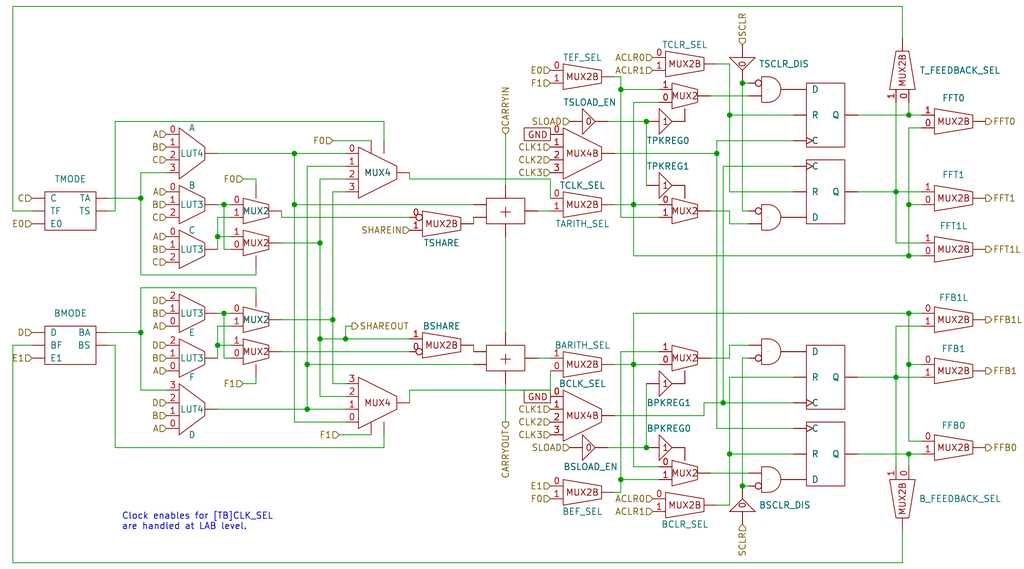
<source format=kicad_sch>
(kicad_sch (version 20211123) (generator eeschema)
  (paper "User" 203.2 113.005)
  (lib_symbols
    (symbol "ANDN_1" (pin_numbers hide) (pin_names (offset 1.016) hide)
      (property "Reference" "U" (at 0 3.81 0))
      (property "Value" "ANDN_1" (at 0 -3.81 0))
      (symbol "ANDN_1_1_1"
        (pin input inverted (at -5.08 1.27 0) (length 2.54) (name "~") (number "0"))
        (pin input line (at -5.08 -1.27 0) (length 2.54) (name "~") (number "1"))
        (pin output line (at 3.81 0 180) (length 2.54) (name "O") (number "~"))
      )
    )
    (symbol "ANDN_2" (pin_numbers hide) (pin_names (offset 1.016) hide)
      (property "Reference" "U" (at 0 3.81 0))
      (property "Value" "ANDN_2" (at 0 -3.81 0))
      (symbol "ANDN_2_1_1"
        (pin input inverted (at -5.08 1.27 0) (length 2.54) (name "~") (number "0"))
        (pin input line (at -5.08 -1.27 0) (length 2.54) (name "~") (number "1"))
        (pin output line (at 3.81 0 180) (length 2.54) (name "O") (number "~"))
      )
    )
    (symbol "ANDN_3" (pin_numbers hide) (pin_names (offset 1.016) hide)
      (property "Reference" "U" (at 0 3.81 0))
      (property "Value" "ANDN_3" (at 0 -3.81 0))
      (symbol "ANDN_3_1_1"
        (pin input inverted (at -5.08 1.27 0) (length 2.54) (name "~") (number "0"))
        (pin input line (at -5.08 -1.27 0) (length 2.54) (name "~") (number "1"))
        (pin output line (at 3.81 0 180) (length 2.54) (name "O") (number "~"))
      )
    )
    (symbol "FORCE0_1" (pin_names (offset 1.016))
      (property "Reference" "U" (at 0 3.81 0))
      (property "Value" "FORCE0_1" (at 0 -3.81 0))
      (symbol "FORCE0_1_0_0"
        (text "0" (at 0 0 0) (effects (font (size 1.27 1.27))))
      )
      (symbol "FORCE0_1_1_1"
        (pin input line (at -3.81 0 0) (length 2.54) (name "") (number ""))
        (pin output line (at 3.81 0 180) (length 2.54) (name "") (number ""))
      )
    )
    (symbol "FORCE0_2" (pin_names (offset 1.016))
      (property "Reference" "U" (at 0 3.81 0))
      (property "Value" "FORCE0_2" (at 0 -3.81 0))
      (symbol "FORCE0_2_0_0"
        (text "0" (at 0 0 0) (effects (font (size 1.27 1.27))))
      )
      (symbol "FORCE0_2_1_1"
        (pin input line (at -3.81 0 0) (length 2.54) (name "") (number ""))
        (pin output line (at 3.81 0 180) (length 2.54) (name "") (number ""))
      )
    )
    (symbol "FORCE0_3" (pin_names (offset 1.016))
      (property "Reference" "U" (at 0 3.81 0))
      (property "Value" "FORCE0_3" (at 0 -3.81 0))
      (symbol "FORCE0_3_0_0"
        (text "0" (at 0 0 0) (effects (font (size 1.27 1.27))))
      )
      (symbol "FORCE0_3_1_1"
        (pin input line (at -3.81 0 0) (length 2.54) (name "") (number ""))
        (pin output line (at 3.81 0 180) (length 2.54) (name "") (number ""))
      )
    )
    (symbol "FORCE1_1" (pin_names (offset 1.016))
      (property "Reference" "U" (at 0 3.81 0))
      (property "Value" "FORCE1_1" (at 0 -3.81 0))
      (symbol "FORCE1_1_0_0"
        (text "1" (at 0 0 0) (effects (font (size 1.27 1.27))))
      )
      (symbol "FORCE1_1_1_1"
        (pin input line (at -3.81 0 0) (length 2.54) (name "") (number ""))
        (pin output line (at 3.81 0 180) (length 2.54) (name "") (number ""))
      )
    )
    (symbol "FORCE1_2" (pin_names (offset 1.016))
      (property "Reference" "U" (at 0 3.81 0))
      (property "Value" "FORCE1_2" (at 0 -3.81 0))
      (symbol "FORCE1_2_0_0"
        (text "1" (at 0 0 0) (effects (font (size 1.27 1.27))))
      )
      (symbol "FORCE1_2_1_1"
        (pin input line (at -3.81 0 0) (length 2.54) (name "") (number ""))
        (pin output line (at 3.81 0 180) (length 2.54) (name "") (number ""))
      )
    )
    (symbol "FORCE1_3" (pin_names (offset 1.016))
      (property "Reference" "U" (at 0 3.81 0))
      (property "Value" "FORCE1_3" (at 0 -3.81 0))
      (symbol "FORCE1_3_0_0"
        (text "1" (at 0 0 0) (effects (font (size 1.27 1.27))))
      )
      (symbol "FORCE1_3_1_1"
        (pin input line (at -3.81 0 0) (length 2.54) (name "") (number ""))
        (pin output line (at 3.81 0 180) (length 2.54) (name "") (number ""))
      )
    )
    (symbol "LUT3_1" (pin_names (offset 0) hide)
      (property "Reference" "U" (at 0 3.81 0))
      (property "Value" "LUT3_1" (at 0 0 0))
      (symbol "LUT3_1_1_1"
        (pin output line (at 5.08 0 180) (length 2.54) (name "O") (number ""))
        (pin input line (at -5.08 2.54 0) (length 2.54) (name "~") (number "0"))
        (pin input line (at -5.08 0 0) (length 2.54) (name "~") (number "1"))
        (pin input line (at -5.08 -2.54 0) (length 2.54) (name "~") (number "2"))
      )
    )
    (symbol "LUT3_2" (pin_names (offset 0) hide)
      (property "Reference" "U" (at 0 3.81 0))
      (property "Value" "LUT3_2" (at 0 0 0))
      (symbol "LUT3_2_1_1"
        (pin output line (at 5.08 0 180) (length 2.54) (name "O") (number ""))
        (pin input line (at -5.08 2.54 0) (length 2.54) (name "~") (number "0"))
        (pin input line (at -5.08 0 0) (length 2.54) (name "~") (number "1"))
        (pin input line (at -5.08 -2.54 0) (length 2.54) (name "~") (number "2"))
      )
    )
    (symbol "LUT3_3" (pin_names (offset 0) hide)
      (property "Reference" "U" (at 0 3.81 0))
      (property "Value" "LUT3_3" (at 0 0 0))
      (symbol "LUT3_3_1_1"
        (pin output line (at 5.08 0 180) (length 2.54) (name "O") (number ""))
        (pin input line (at -5.08 2.54 0) (length 2.54) (name "~") (number "0"))
        (pin input line (at -5.08 0 0) (length 2.54) (name "~") (number "1"))
        (pin input line (at -5.08 -2.54 0) (length 2.54) (name "~") (number "2"))
      )
    )
    (symbol "LUT4_1" (pin_names (offset 0) hide)
      (property "Reference" "U" (at 0 5.08 0))
      (property "Value" "LUT4_1" (at 0 0 0))
      (symbol "LUT4_1_1_1"
        (pin output line (at 5.08 0 180) (length 2.54) (name "O") (number ""))
        (pin input line (at -5.08 3.81 0) (length 2.54) (name "~") (number "0"))
        (pin input line (at -5.08 1.27 0) (length 2.54) (name "~") (number "1"))
        (pin input line (at -5.08 -1.27 0) (length 2.54) (name "~") (number "2"))
        (pin input line (at -5.08 -3.81 0) (length 2.54) (name "~") (number "3"))
      )
    )
    (symbol "MUX2BI_1" (pin_names (offset 0) hide)
      (property "Reference" "U" (at 0 3.81 0))
      (property "Value" "MUX2BI_1" (at 0 -5.08 0))
      (symbol "MUX2BI_1_0_0"
        (text "MUX2B" (at 0 0 0) (effects (font (size 1.27 1.27))))
      )
      (symbol "MUX2BI_1_1_1"
        (pin output line (at 6.35 0 180) (length 2.54) (name "O") (number ""))
        (pin input inverted (at -6.35 1.27 0) (length 2.54) (name "~") (number "0"))
        (pin input line (at -6.35 -1.27 0) (length 2.54) (name "~") (number "1"))
      )
    )
    (symbol "MUX2B_1" (pin_names (offset 0) hide)
      (property "Reference" "U" (at 0 3.81 0))
      (property "Value" "MUX2B_1" (at 0 -5.08 0))
      (symbol "MUX2B_1_0_0"
        (text "MUX2B" (at 0 0 0) (effects (font (size 1.27 1.27))))
      )
      (symbol "MUX2B_1_1_1"
        (pin output line (at 6.35 0 180) (length 2.54) (name "O") (number ""))
        (pin input line (at -6.35 1.27 0) (length 2.54) (name "~") (number "0"))
        (pin input line (at -6.35 -1.27 0) (length 2.54) (name "~") (number "1"))
      )
    )
    (symbol "MUX2B_10" (pin_names (offset 0) hide)
      (property "Reference" "U" (at 0 3.81 0))
      (property "Value" "MUX2B_10" (at 0 -5.08 0))
      (symbol "MUX2B_10_0_0"
        (text "MUX2B" (at 0 0 0) (effects (font (size 1.27 1.27))))
      )
      (symbol "MUX2B_10_1_1"
        (pin output line (at 6.35 0 180) (length 2.54) (name "O") (number ""))
        (pin input line (at -6.35 1.27 0) (length 2.54) (name "~") (number "0"))
        (pin input line (at -6.35 -1.27 0) (length 2.54) (name "~") (number "1"))
      )
    )
    (symbol "MUX2B_11" (pin_names (offset 0) hide)
      (property "Reference" "U" (at 0 3.81 0))
      (property "Value" "MUX2B_11" (at 0 -5.08 0))
      (symbol "MUX2B_11_0_0"
        (text "MUX2B" (at 0 0 0) (effects (font (size 1.27 1.27))))
      )
      (symbol "MUX2B_11_1_1"
        (pin output line (at 6.35 0 180) (length 2.54) (name "O") (number ""))
        (pin input line (at -6.35 1.27 0) (length 2.54) (name "~") (number "0"))
        (pin input line (at -6.35 -1.27 0) (length 2.54) (name "~") (number "1"))
      )
    )
    (symbol "MUX2B_12" (pin_names (offset 0) hide)
      (property "Reference" "U" (at 0 3.81 0))
      (property "Value" "MUX2B_12" (at 0 -5.08 0))
      (symbol "MUX2B_12_0_0"
        (text "MUX2B" (at 0 0 0) (effects (font (size 1.27 1.27))))
      )
      (symbol "MUX2B_12_1_1"
        (pin output line (at 6.35 0 180) (length 2.54) (name "O") (number ""))
        (pin input line (at -6.35 1.27 0) (length 2.54) (name "~") (number "0"))
        (pin input line (at -6.35 -1.27 0) (length 2.54) (name "~") (number "1"))
      )
    )
    (symbol "MUX2B_13" (pin_names (offset 0) hide)
      (property "Reference" "U" (at 0 3.81 0))
      (property "Value" "MUX2B_13" (at 0 -5.08 0))
      (symbol "MUX2B_13_0_0"
        (text "MUX2B" (at 0 0 0) (effects (font (size 1.27 1.27))))
      )
      (symbol "MUX2B_13_1_1"
        (pin output line (at 6.35 0 180) (length 2.54) (name "O") (number ""))
        (pin input line (at -6.35 1.27 0) (length 2.54) (name "~") (number "0"))
        (pin input line (at -6.35 -1.27 0) (length 2.54) (name "~") (number "1"))
      )
    )
    (symbol "MUX2B_2" (pin_names (offset 0) hide)
      (property "Reference" "U" (at 0 3.81 0))
      (property "Value" "MUX2B_2" (at 0 -5.08 0))
      (symbol "MUX2B_2_0_0"
        (text "MUX2B" (at 0 0 0) (effects (font (size 1.27 1.27))))
      )
      (symbol "MUX2B_2_1_1"
        (pin output line (at 6.35 0 180) (length 2.54) (name "O") (number ""))
        (pin input line (at -6.35 1.27 0) (length 2.54) (name "~") (number "0"))
        (pin input line (at -6.35 -1.27 0) (length 2.54) (name "~") (number "1"))
      )
    )
    (symbol "MUX2B_3" (pin_names (offset 0) hide)
      (property "Reference" "U" (at 0 3.81 0))
      (property "Value" "MUX2B_3" (at 0 -5.08 0))
      (symbol "MUX2B_3_0_0"
        (text "MUX2B" (at 0 0 0) (effects (font (size 1.27 1.27))))
      )
      (symbol "MUX2B_3_1_1"
        (pin output line (at 6.35 0 180) (length 2.54) (name "O") (number ""))
        (pin input line (at -6.35 1.27 0) (length 2.54) (name "~") (number "0"))
        (pin input line (at -6.35 -1.27 0) (length 2.54) (name "~") (number "1"))
      )
    )
    (symbol "MUX2B_4" (pin_names (offset 0) hide)
      (property "Reference" "U" (at 0 3.81 0))
      (property "Value" "MUX2B_4" (at 0 -5.08 0))
      (symbol "MUX2B_4_0_0"
        (text "MUX2B" (at 0 0 0) (effects (font (size 1.27 1.27))))
      )
      (symbol "MUX2B_4_1_1"
        (pin output line (at 6.35 0 180) (length 2.54) (name "O") (number ""))
        (pin input line (at -6.35 1.27 0) (length 2.54) (name "~") (number "0"))
        (pin input line (at -6.35 -1.27 0) (length 2.54) (name "~") (number "1"))
      )
    )
    (symbol "MUX2B_5" (pin_names (offset 0) hide)
      (property "Reference" "U" (at 0 3.81 0))
      (property "Value" "MUX2B_5" (at 0 -5.08 0))
      (symbol "MUX2B_5_0_0"
        (text "MUX2B" (at 0 0 0) (effects (font (size 1.27 1.27))))
      )
      (symbol "MUX2B_5_1_1"
        (pin output line (at 6.35 0 180) (length 2.54) (name "O") (number ""))
        (pin input line (at -6.35 1.27 0) (length 2.54) (name "~") (number "0"))
        (pin input line (at -6.35 -1.27 0) (length 2.54) (name "~") (number "1"))
      )
    )
    (symbol "MUX2B_6" (pin_names (offset 0) hide)
      (property "Reference" "U" (at 0 3.81 0))
      (property "Value" "MUX2B_6" (at 0 -5.08 0))
      (symbol "MUX2B_6_0_0"
        (text "MUX2B" (at 0 0 0) (effects (font (size 1.27 1.27))))
      )
      (symbol "MUX2B_6_1_1"
        (pin output line (at 6.35 0 180) (length 2.54) (name "O") (number ""))
        (pin input line (at -6.35 1.27 0) (length 2.54) (name "~") (number "0"))
        (pin input line (at -6.35 -1.27 0) (length 2.54) (name "~") (number "1"))
      )
    )
    (symbol "MUX2B_7" (pin_names (offset 0) hide)
      (property "Reference" "U" (at 0 3.81 0))
      (property "Value" "MUX2B_7" (at 0 -5.08 0))
      (symbol "MUX2B_7_0_0"
        (text "MUX2B" (at 0 0 0) (effects (font (size 1.27 1.27))))
      )
      (symbol "MUX2B_7_1_1"
        (pin output line (at 6.35 0 180) (length 2.54) (name "O") (number ""))
        (pin input line (at -6.35 1.27 0) (length 2.54) (name "~") (number "0"))
        (pin input line (at -6.35 -1.27 0) (length 2.54) (name "~") (number "1"))
      )
    )
    (symbol "MUX2B_8" (pin_names (offset 0) hide)
      (property "Reference" "U" (at 0 3.81 0))
      (property "Value" "MUX2B_8" (at 0 -5.08 0))
      (symbol "MUX2B_8_0_0"
        (text "MUX2B" (at 0 0 0) (effects (font (size 1.27 1.27))))
      )
      (symbol "MUX2B_8_1_1"
        (pin output line (at 6.35 0 180) (length 2.54) (name "O") (number ""))
        (pin input line (at -6.35 1.27 0) (length 2.54) (name "~") (number "0"))
        (pin input line (at -6.35 -1.27 0) (length 2.54) (name "~") (number "1"))
      )
    )
    (symbol "MUX2B_9" (pin_names (offset 0) hide)
      (property "Reference" "U" (at 0 3.81 0))
      (property "Value" "MUX2B_9" (at 0 -5.08 0))
      (symbol "MUX2B_9_0_0"
        (text "MUX2B" (at 0 0 0) (effects (font (size 1.27 1.27))))
      )
      (symbol "MUX2B_9_1_1"
        (pin output line (at 6.35 0 180) (length 2.54) (name "O") (number ""))
        (pin input line (at -6.35 1.27 0) (length 2.54) (name "~") (number "0"))
        (pin input line (at -6.35 -1.27 0) (length 2.54) (name "~") (number "1"))
      )
    )
    (symbol "MUX2_1" (pin_names (offset 0) hide)
      (property "Value" "MUX2_1" (at 0 -5.08 0))
      (symbol "MUX2_1_0_0"
        (text "MUX2" (at 0 0 0) (effects (font (size 1.27 1.27))))
      )
      (symbol "MUX2_1_1_1"
        (pin output line (at 5.08 0 180) (length 2.54) (name "O") (number ""))
        (pin input line (at 0 5.08 270) (length 2.54) (name "S") (number ""))
        (pin input line (at -5.08 1.27 0) (length 2.54) (name "~") (number "0"))
        (pin input line (at -5.08 -1.27 0) (length 2.54) (name "~") (number "1"))
      )
    )
    (symbol "MUX2_2" (pin_names (offset 0) hide)
      (property "Value" "MUX2_2" (at 0 -5.08 0))
      (symbol "MUX2_2_0_0"
        (text "MUX2" (at 0 0 0) (effects (font (size 1.27 1.27))))
      )
      (symbol "MUX2_2_1_1"
        (pin output line (at 5.08 0 180) (length 2.54) (name "O") (number ""))
        (pin input line (at 0 5.08 270) (length 2.54) (name "S") (number ""))
        (pin input line (at -5.08 1.27 0) (length 2.54) (name "~") (number "0"))
        (pin input line (at -5.08 -1.27 0) (length 2.54) (name "~") (number "1"))
      )
    )
    (symbol "MUX2_3" (pin_names (offset 0) hide)
      (property "Value" "MUX2_3" (at 0 -5.08 0))
      (symbol "MUX2_3_0_0"
        (text "MUX2" (at 0 0 0) (effects (font (size 1.27 1.27))))
      )
      (symbol "MUX2_3_1_1"
        (pin output line (at 5.08 0 180) (length 2.54) (name "O") (number ""))
        (pin input line (at 0 5.08 270) (length 2.54) (name "S") (number ""))
        (pin input line (at -5.08 1.27 0) (length 2.54) (name "~") (number "0"))
        (pin input line (at -5.08 -1.27 0) (length 2.54) (name "~") (number "1"))
      )
    )
    (symbol "MUX2_4" (pin_names (offset 0) hide)
      (property "Value" "MUX2_4" (at 0 -5.08 0))
      (symbol "MUX2_4_0_0"
        (text "MUX2" (at 0 0 0) (effects (font (size 1.27 1.27))))
      )
      (symbol "MUX2_4_1_1"
        (pin output line (at 5.08 0 180) (length 2.54) (name "O") (number ""))
        (pin input line (at 0 5.08 270) (length 2.54) (name "S") (number ""))
        (pin input line (at -5.08 1.27 0) (length 2.54) (name "~") (number "0"))
        (pin input line (at -5.08 -1.27 0) (length 2.54) (name "~") (number "1"))
      )
    )
    (symbol "MUX2_5" (pin_names (offset 0) hide)
      (property "Value" "MUX2_5" (at 0 -5.08 0))
      (symbol "MUX2_5_0_0"
        (text "MUX2" (at 0 0 0) (effects (font (size 1.27 1.27))))
      )
      (symbol "MUX2_5_1_1"
        (pin output line (at 5.08 0 180) (length 2.54) (name "O") (number ""))
        (pin input line (at 0 5.08 270) (length 2.54) (name "S") (number ""))
        (pin input line (at -5.08 1.27 0) (length 2.54) (name "~") (number "0"))
        (pin input line (at -5.08 -1.27 0) (length 2.54) (name "~") (number "1"))
      )
    )
    (symbol "MUX2_6" (pin_names (offset 0) hide)
      (property "Value" "MUX2_6" (at 0 -5.08 0))
      (symbol "MUX2_6_0_0"
        (text "MUX2" (at 0 0 0) (effects (font (size 1.27 1.27))))
      )
      (symbol "MUX2_6_1_1"
        (pin output line (at 5.08 0 180) (length 2.54) (name "O") (number ""))
        (pin input line (at 0 5.08 270) (length 2.54) (name "S") (number ""))
        (pin input line (at -5.08 1.27 0) (length 2.54) (name "~") (number "0"))
        (pin input line (at -5.08 -1.27 0) (length 2.54) (name "~") (number "1"))
      )
    )
    (symbol "MUX2_7" (pin_names (offset 0) hide)
      (property "Value" "MUX2_7" (at 0 -5.08 0))
      (symbol "MUX2_7_0_0"
        (text "MUX2" (at 0 0 0) (effects (font (size 1.27 1.27))))
      )
      (symbol "MUX2_7_1_1"
        (pin output line (at 5.08 0 180) (length 2.54) (name "O") (number ""))
        (pin input line (at 0 5.08 270) (length 2.54) (name "S") (number ""))
        (pin input line (at -5.08 1.27 0) (length 2.54) (name "~") (number "0"))
        (pin input line (at -5.08 -1.27 0) (length 2.54) (name "~") (number "1"))
      )
    )
    (symbol "MUX4B_1" (pin_names (offset 0) hide)
      (property "Reference" "U" (at 0 8.89 0))
      (property "Value" "MUX4B_1" (at 1.27 -6.35 0))
      (symbol "MUX4B_1_0_0"
        (text "MUX4B" (at 0 0 0) (effects (font (size 1.27 1.27))))
      )
      (symbol "MUX4B_1_1_1"
        (pin output line (at 6.35 0 180) (length 2.54) (name "O") (number ""))
        (pin input line (at -6.35 3.81 0) (length 2.54) (name "~") (number "0"))
        (pin input line (at -6.35 1.27 0) (length 2.54) (name "~") (number "1"))
        (pin input line (at -6.35 -1.27 0) (length 2.54) (name "~") (number "2"))
        (pin input line (at -6.35 -3.81 0) (length 2.54) (name "~") (number "3"))
      )
    )
    (symbol "MUX4_1" (pin_names (offset 0) hide)
      (property "Reference" "U" (at 0 8.89 0))
      (property "Value" "MUX4_1" (at 3.81 -5.08 0))
      (symbol "MUX4_1_0_0"
        (text "MUX4" (at 1.27 0 0) (effects (font (size 1.27 1.27))))
      )
      (symbol "MUX4_1_1_1"
        (pin output line (at 7.62 0 180) (length 2.54) (name "O") (number ""))
        (pin input line (at 0 6.35 270) (length 2.54) (name "S0") (number ""))
        (pin input line (at 2.54 6.35 270) (length 2.54) (name "S1") (number ""))
        (pin input line (at -5.08 3.81 0) (length 2.54) (name "~") (number "0"))
        (pin input line (at -5.08 1.27 0) (length 2.54) (name "~") (number "1"))
        (pin input line (at -5.08 -1.27 0) (length 2.54) (name "~") (number "2"))
        (pin input line (at -5.08 -3.81 0) (length 2.54) (name "~") (number "3"))
      )
    )
    (symbol "cyclonev:ADDER" (pin_numbers hide) (pin_names (offset 1.016) hide)
      (property "Reference" "U" (at 1.27 3.81 0))
      (property "Value" "ADDER" (at 3.81 -3.81 0))
      (symbol "ADDER_0_0"
        (text "+" (at 0 0 0) (effects (font (size 2.54 2.54))))
      )
      (symbol "ADDER_1_1"
        (pin input line (at -6.35 1.27 0) (length 2.54) (name "~") (number "0"))
        (pin input line (at -6.35 -1.27 0) (length 2.54) (name "~") (number "1"))
        (pin input line (at 0 5.08 270) (length 2.54) (name "CI") (number "~"))
        (pin output line (at 0 -5.08 90) (length 2.54) (name "CO") (number "~"))
        (pin output line (at 6.35 0 180) (length 2.54) (name "SO") (number "~"))
      )
    )
    (symbol "cyclonev:ANDN" (pin_numbers hide) (pin_names (offset 1.016) hide)
      (property "Reference" "U" (at 0 3.81 0))
      (property "Value" "ANDN" (at 0 -3.81 0))
      (symbol "ANDN_1_1"
        (pin input inverted (at -5.08 1.27 0) (length 2.54) (name "~") (number "0"))
        (pin input line (at -5.08 -1.27 0) (length 2.54) (name "~") (number "1"))
        (pin output line (at 3.81 0 180) (length 2.54) (name "O") (number "~"))
      )
    )
    (symbol "cyclonev:BMODE" (pin_names (offset 1.016))
      (property "Value" "BMODE" (at 0 -1.27 0))
      (symbol "BMODE_1_1"
        (pin output line (at 7.62 6.35 180) (length 2.54) (name "BA") (number ""))
        (pin input line (at -7.62 3.81 0) (length 2.54) (name "BF") (number ""))
        (pin output line (at 7.62 3.81 180) (length 2.54) (name "BS") (number ""))
        (pin input line (at -7.62 6.35 0) (length 2.54) (name "D") (number ""))
        (pin input line (at -7.62 1.27 0) (length 2.54) (name "E1") (number ""))
      )
    )
    (symbol "cyclonev:DFFR" (pin_numbers hide) (pin_names (offset 1.016))
      (property "Reference" "U" (at 0 7.62 0))
      (property "Value" "DFFR" (at 0 -7.62 0))
      (symbol "DFFR_1_1"
        (pin input clock (at -6.35 -5.08 0) (length 2.54) (name "C") (number "~"))
        (pin input line (at -6.35 5.08 0) (length 2.54) (name "D") (number "~"))
        (pin output line (at 6.35 0 180) (length 2.54) (name "Q") (number "~"))
        (pin input line (at -6.35 0 0) (length 2.54) (name "R") (number "~"))
      )
    )
    (symbol "cyclonev:FORCE0" (pin_names (offset 1.016))
      (property "Reference" "U" (at 0 3.81 0))
      (property "Value" "FORCE0" (at 0 -3.81 0))
      (symbol "FORCE0_0_0"
        (text "0" (at 0 0 0) (effects (font (size 1.27 1.27))))
      )
      (symbol "FORCE0_1_1"
        (pin input line (at -3.81 0 0) (length 2.54) (name "") (number ""))
        (pin output line (at 3.81 0 180) (length 2.54) (name "") (number ""))
      )
    )
    (symbol "cyclonev:FORCE1" (pin_names (offset 1.016))
      (property "Reference" "U" (at 0 3.81 0))
      (property "Value" "FORCE1" (at 0 -3.81 0))
      (symbol "FORCE1_0_0"
        (text "1" (at 0 0 0) (effects (font (size 1.27 1.27))))
      )
      (symbol "FORCE1_1_1"
        (pin input line (at -3.81 0 0) (length 2.54) (name "") (number ""))
        (pin output line (at 3.81 0 180) (length 2.54) (name "") (number ""))
      )
    )
    (symbol "cyclonev:LUT3" (pin_names (offset 0) hide)
      (property "Reference" "U" (at 0 3.81 0))
      (property "Value" "LUT3" (at 0 0 0))
      (symbol "LUT3_1_1"
        (pin output line (at 5.08 0 180) (length 2.54) (name "O") (number ""))
        (pin input line (at -5.08 2.54 0) (length 2.54) (name "~") (number "0"))
        (pin input line (at -5.08 0 0) (length 2.54) (name "~") (number "1"))
        (pin input line (at -5.08 -2.54 0) (length 2.54) (name "~") (number "2"))
      )
    )
    (symbol "cyclonev:LUT4" (pin_names (offset 0) hide)
      (property "Reference" "U" (at 0 5.08 0))
      (property "Value" "LUT4" (at 0 0 0))
      (symbol "LUT4_1_1"
        (pin output line (at 5.08 0 180) (length 2.54) (name "O") (number ""))
        (pin input line (at -5.08 3.81 0) (length 2.54) (name "~") (number "0"))
        (pin input line (at -5.08 1.27 0) (length 2.54) (name "~") (number "1"))
        (pin input line (at -5.08 -1.27 0) (length 2.54) (name "~") (number "2"))
        (pin input line (at -5.08 -3.81 0) (length 2.54) (name "~") (number "3"))
      )
    )
    (symbol "cyclonev:MUX2" (pin_names (offset 0) hide)
      (property "Value" "MUX2" (at 0 -5.08 0))
      (symbol "MUX2_0_0"
        (text "MUX2" (at 0 0 0) (effects (font (size 1.27 1.27))))
      )
      (symbol "MUX2_1_1"
        (pin output line (at 5.08 0 180) (length 2.54) (name "O") (number ""))
        (pin input line (at 0 5.08 270) (length 2.54) (name "S") (number ""))
        (pin input line (at -5.08 1.27 0) (length 2.54) (name "~") (number "0"))
        (pin input line (at -5.08 -1.27 0) (length 2.54) (name "~") (number "1"))
      )
    )
    (symbol "cyclonev:MUX2B" (pin_names (offset 0) hide)
      (property "Reference" "U" (at 0 3.81 0))
      (property "Value" "MUX2B" (at 0 -5.08 0))
      (symbol "MUX2B_0_0"
        (text "MUX2B" (at 0 0 0) (effects (font (size 1.27 1.27))))
      )
      (symbol "MUX2B_1_1"
        (pin output line (at 6.35 0 180) (length 2.54) (name "O") (number ""))
        (pin input line (at -6.35 1.27 0) (length 2.54) (name "~") (number "0"))
        (pin input line (at -6.35 -1.27 0) (length 2.54) (name "~") (number "1"))
      )
    )
    (symbol "cyclonev:MUX2BI" (pin_names (offset 0) hide)
      (property "Reference" "U" (at 0 3.81 0))
      (property "Value" "MUX2BI" (at 0 -5.08 0))
      (symbol "MUX2BI_0_0"
        (text "MUX2B" (at 0 0 0) (effects (font (size 1.27 1.27))))
      )
      (symbol "MUX2BI_1_1"
        (pin output line (at 6.35 0 180) (length 2.54) (name "O") (number ""))
        (pin input inverted (at -6.35 1.27 0) (length 2.54) (name "~") (number "0"))
        (pin input line (at -6.35 -1.27 0) (length 2.54) (name "~") (number "1"))
      )
    )
    (symbol "cyclonev:MUX4" (pin_names (offset 0) hide)
      (property "Reference" "U" (at 0 8.89 0))
      (property "Value" "MUX4" (at 3.81 -5.08 0))
      (symbol "MUX4_0_0"
        (text "MUX4" (at 1.27 0 0) (effects (font (size 1.27 1.27))))
      )
      (symbol "MUX4_1_1"
        (pin output line (at 7.62 0 180) (length 2.54) (name "O") (number ""))
        (pin input line (at 0 6.35 270) (length 2.54) (name "S0") (number ""))
        (pin input line (at 2.54 6.35 270) (length 2.54) (name "S1") (number ""))
        (pin input line (at -5.08 3.81 0) (length 2.54) (name "~") (number "0"))
        (pin input line (at -5.08 1.27 0) (length 2.54) (name "~") (number "1"))
        (pin input line (at -5.08 -1.27 0) (length 2.54) (name "~") (number "2"))
        (pin input line (at -5.08 -3.81 0) (length 2.54) (name "~") (number "3"))
      )
    )
    (symbol "cyclonev:MUX4B" (pin_names (offset 0) hide)
      (property "Reference" "U" (at 0 8.89 0))
      (property "Value" "MUX4B" (at 1.27 -6.35 0))
      (symbol "MUX4B_0_0"
        (text "MUX4B" (at 0 0 0) (effects (font (size 1.27 1.27))))
      )
      (symbol "MUX4B_1_1"
        (pin output line (at 6.35 0 180) (length 2.54) (name "O") (number ""))
        (pin input line (at -6.35 3.81 0) (length 2.54) (name "~") (number "0"))
        (pin input line (at -6.35 1.27 0) (length 2.54) (name "~") (number "1"))
        (pin input line (at -6.35 -1.27 0) (length 2.54) (name "~") (number "2"))
        (pin input line (at -6.35 -3.81 0) (length 2.54) (name "~") (number "3"))
      )
    )
    (symbol "cyclonev:TMODE" (pin_names (offset 1.016))
      (property "Value" "TMODE" (at 0 -1.27 0))
      (symbol "TMODE_1_1"
        (pin input line (at -7.62 6.35 0) (length 2.54) (name "C") (number ""))
        (pin input line (at -7.62 1.27 0) (length 2.54) (name "E0") (number ""))
        (pin output line (at 7.62 6.35 180) (length 2.54) (name "TA") (number ""))
        (pin input line (at -7.62 3.81 0) (length 2.54) (name "TF") (number ""))
        (pin output line (at 7.62 3.81 180) (length 2.54) (name "TS") (number ""))
      )
    )
  )
  (junction (at 125.73 40.64))
  (junction (at 180.34 22.86))
  (junction (at 44.45 62.23))
  (junction (at 180.34 50.8))
  (junction (at 27.94 66.04))
  (junction (at 125.73 72.39))
  (junction (at 144.78 22.86))
  (junction (at 180.34 40.64))
  (junction (at 63.5 48.26))
  (junction (at 63.5 67.31))
  (junction (at 43.18 68.58))
  (junction (at 147.32 96.52))
  (junction (at 58.42 40.64))
  (junction (at 27.94 39.37))
  (junction (at 123.19 17.78))
  (junction (at 68.58 67.31))
  (junction (at 66.04 63.5))
  (junction (at 142.24 30.48))
  (junction (at 180.34 72.39))
  (junction (at 58.42 30.48))
  (junction (at 147.32 16.51))
  (junction (at 60.96 72.39))
  (junction (at 128.27 88.9))
  (junction (at 128.27 24.13))
  (junction (at 44.45 40.64))
  (junction (at 123.19 95.25))
  (junction (at 60.96 81.28))
  (junction (at 43.18 46.99))
  (junction (at 144.78 90.17))
  (junction (at 143.51 80.01))
  (junction (at 180.34 90.17))
  (junction (at 177.8 38.1))
  (junction (at 177.8 74.93))
  (junction (at 180.34 62.23))
  (wire (pts (xy 2.54 1.27) (xy 179.07 1.27)))
  (wire (pts (xy 179.07 7.62) (xy 179.07 1.27)))
  (wire (pts (xy 93.98 68.58) (xy 93.98 69.85)))
  (wire (pts (xy 144.78 90.17) (xy 157.48 90.17)))
  (wire (pts (xy 33.02 77.47) (xy 27.94 77.47)))
  (wire (pts (xy 2.54 1.27) (xy 2.54 41.91)))
  (wire (pts (xy 125.73 40.64) (xy 125.73 20.32)))
  (wire (pts (xy 100.33 26.67) (xy 100.33 36.83)))
  (wire (pts (xy 93.98 40.64) (xy 58.42 40.64)))
  (wire (pts (xy 140.97 93.98) (xy 148.59 93.98)))
  (wire (pts (xy 144.78 74.93) (xy 157.48 74.93)))
  (wire (pts (xy 125.73 92.71) (xy 130.81 92.71)))
  (wire (pts (xy 148.59 96.52) (xy 147.32 96.52)))
  (wire (pts (xy 43.18 62.23) (xy 44.45 62.23)))
  (wire (pts (xy 93.98 44.45) (xy 93.98 43.18)))
  (wire (pts (xy 180.34 22.86) (xy 182.88 22.86)))
  (wire (pts (xy 180.34 72.39) (xy 182.88 72.39)))
  (wire (pts (xy 128.27 24.13) (xy 128.27 36.83)))
  (wire (pts (xy 50.8 36.83) (xy 50.8 35.56)))
  (wire (pts (xy 55.88 48.26) (xy 63.5 48.26)))
  (wire (pts (xy 21.59 68.58) (xy 22.86 68.58)))
  (wire (pts (xy 63.5 35.56) (xy 63.5 48.26)))
  (wire (pts (xy 43.18 46.99) (xy 45.72 46.99)))
  (wire (pts (xy 48.26 35.56) (xy 50.8 35.56)))
  (wire (pts (xy 140.97 41.91) (xy 144.78 41.91)))
  (wire (pts (xy 142.24 12.7) (xy 144.78 12.7)))
  (wire (pts (xy 27.94 77.47) (xy 27.94 66.04)))
  (wire (pts (xy 21.59 66.04) (xy 27.94 66.04)))
  (wire (pts (xy 43.18 43.18) (xy 45.72 43.18)))
  (wire (pts (xy 81.28 80.01) (xy 81.28 77.47)))
  (wire (pts (xy 68.58 81.28) (xy 60.96 81.28)))
  (wire (pts (xy 120.65 24.13) (xy 128.27 24.13)))
  (wire (pts (xy 140.97 19.05) (xy 148.59 19.05)))
  (wire (pts (xy 123.19 43.18) (xy 130.81 43.18)))
  (wire (pts (xy 142.24 27.94) (xy 157.48 27.94)))
  (wire (pts (xy 68.58 38.1) (xy 66.04 38.1)))
  (wire (pts (xy 144.78 90.17) (xy 144.78 74.93)))
  (wire (pts (xy 144.78 68.58) (xy 148.59 68.58)))
  (wire (pts (xy 44.45 62.23) (xy 44.45 71.12)))
  (wire (pts (xy 120.65 88.9) (xy 128.27 88.9)))
  (wire (pts (xy 60.96 81.28) (xy 43.18 81.28)))
  (wire (pts (xy 68.58 30.48) (xy 58.42 30.48)))
  (wire (pts (xy 50.8 58.42) (xy 50.8 57.15)))
  (wire (pts (xy 2.54 41.91) (xy 6.35 41.91)))
  (wire (pts (xy 55.88 69.85) (xy 81.28 69.85)))
  (wire (pts (xy 44.45 40.64) (xy 44.45 49.53)))
  (wire (pts (xy 81.28 35.56) (xy 81.28 34.29)))
  (wire (pts (xy 123.19 69.85) (xy 130.81 69.85)))
  (wire (pts (xy 143.51 80.01) (xy 157.48 80.01)))
  (wire (pts (xy 60.96 33.02) (xy 60.96 72.39)))
  (wire (pts (xy 177.8 92.71) (xy 177.8 74.93)))
  (wire (pts (xy 66.04 63.5) (xy 66.04 76.2)))
  (wire (pts (xy 179.07 105.41) (xy 179.07 111.76)))
  (wire (pts (xy 121.92 40.64) (xy 125.73 40.64)))
  (wire (pts (xy 125.73 72.39) (xy 130.81 72.39)))
  (wire (pts (xy 22.86 68.58) (xy 22.86 88.9)))
  (wire (pts (xy 142.24 30.48) (xy 142.24 85.09)))
  (wire (pts (xy 182.88 62.23) (xy 180.34 62.23)))
  (wire (pts (xy 142.24 30.48) (xy 142.24 27.94)))
  (wire (pts (xy 144.78 12.7) (xy 144.78 22.86)))
  (wire (pts (xy 121.92 82.55) (xy 139.7 82.55)))
  (wire (pts (xy 144.78 22.86) (xy 144.78 38.1)))
  (wire (pts (xy 27.94 39.37) (xy 27.94 54.61)))
  (wire (pts (xy 123.19 17.78) (xy 123.19 43.18)))
  (wire (pts (xy 68.58 76.2) (xy 66.04 76.2)))
  (wire (pts (xy 144.78 38.1) (xy 157.48 38.1)))
  (wire (pts (xy 109.22 35.56) (xy 81.28 35.56)))
  (wire (pts (xy 106.68 71.12) (xy 109.22 71.12)))
  (wire (pts (xy 68.58 78.74) (xy 63.5 78.74)))
  (wire (pts (xy 177.8 48.26) (xy 182.88 48.26)))
  (wire (pts (xy 27.94 34.29) (xy 27.94 39.37)))
  (wire (pts (xy 68.58 33.02) (xy 60.96 33.02)))
  (wire (pts (xy 55.88 63.5) (xy 66.04 63.5)))
  (wire (pts (xy 58.42 30.48) (xy 43.18 30.48)))
  (wire (pts (xy 144.78 44.45) (xy 148.59 44.45)))
  (wire (pts (xy 68.58 83.82) (xy 58.42 83.82)))
  (wire (pts (xy 33.02 34.29) (xy 27.94 34.29)))
  (wire (pts (xy 177.8 38.1) (xy 182.88 38.1)))
  (wire (pts (xy 180.34 87.63) (xy 182.88 87.63)))
  (wire (pts (xy 50.8 53.34) (xy 50.8 54.61)))
  (wire (pts (xy 60.96 72.39) (xy 60.96 81.28)))
  (wire (pts (xy 144.78 41.91) (xy 144.78 44.45)))
  (wire (pts (xy 143.51 80.01) (xy 143.51 33.02)))
  (wire (pts (xy 125.73 50.8) (xy 125.73 40.64)))
  (wire (pts (xy 68.58 67.31) (xy 81.28 67.31)))
  (wire (pts (xy 63.5 48.26) (xy 63.5 67.31)))
  (wire (pts (xy 180.34 90.17) (xy 182.88 90.17)))
  (wire (pts (xy 125.73 40.64) (xy 130.81 40.64)))
  (wire (pts (xy 48.26 76.2) (xy 50.8 76.2)))
  (wire (pts (xy 68.58 64.77) (xy 68.58 67.31)))
  (wire (pts (xy 63.5 67.31) (xy 68.58 67.31)))
  (wire (pts (xy 76.2 27.94) (xy 76.2 24.13)))
  (wire (pts (xy 55.88 41.91) (xy 55.88 43.18)))
  (wire (pts (xy 121.92 72.39) (xy 125.73 72.39)))
  (wire (pts (xy 147.32 41.91) (xy 148.59 41.91)))
  (wire (pts (xy 43.18 71.12) (xy 43.18 68.58)))
  (wire (pts (xy 142.24 85.09) (xy 157.48 85.09)))
  (wire (pts (xy 76.2 86.36) (xy 76.2 88.9)))
  (wire (pts (xy 142.24 100.33) (xy 144.78 100.33)))
  (wire (pts (xy 58.42 40.64) (xy 58.42 83.82)))
  (wire (pts (xy 147.32 96.52) (xy 147.32 71.12)))
  (wire (pts (xy 148.59 16.51) (xy 147.32 16.51)))
  (wire (pts (xy 43.18 40.64) (xy 44.45 40.64)))
  (wire (pts (xy 177.8 64.77) (xy 182.88 64.77)))
  (wire (pts (xy 121.92 30.48) (xy 142.24 30.48)))
  (wire (pts (xy 81.28 43.18) (xy 55.88 43.18)))
  (wire (pts (xy 143.51 33.02) (xy 157.48 33.02)))
  (wire (pts (xy 125.73 20.32) (xy 130.81 20.32)))
  (wire (pts (xy 22.86 24.13) (xy 22.86 41.91)))
  (wire (pts (xy 179.07 111.76) (xy 2.54 111.76)))
  (wire (pts (xy 100.33 66.04) (xy 100.33 46.99)))
  (wire (pts (xy 177.8 74.93) (xy 182.88 74.93)))
  (wire (pts (xy 180.34 25.4) (xy 182.88 25.4)))
  (wire (pts (xy 66.04 27.94) (xy 73.66 27.94)))
  (wire (pts (xy 44.45 40.64) (xy 45.72 40.64)))
  (wire (pts (xy 44.45 71.12) (xy 45.72 71.12)))
  (wire (pts (xy 121.92 15.24) (xy 123.19 15.24)))
  (wire (pts (xy 147.32 16.51) (xy 147.32 41.91)))
  (wire (pts (xy 140.97 71.12) (xy 144.78 71.12)))
  (wire (pts (xy 76.2 24.13) (xy 22.86 24.13)))
  (wire (pts (xy 76.2 88.9) (xy 22.86 88.9)))
  (wire (pts (xy 109.22 77.47) (xy 81.28 77.47)))
  (wire (pts (xy 67.31 86.36) (xy 73.66 86.36)))
  (wire (pts (xy 180.34 40.64) (xy 182.88 40.64)))
  (wire (pts (xy 180.34 20.32) (xy 180.34 22.86)))
  (wire (pts (xy 21.59 39.37) (xy 27.94 39.37)))
  (wire (pts (xy 139.7 82.55) (xy 139.7 80.01)))
  (wire (pts (xy 123.19 95.25) (xy 123.19 69.85)))
  (wire (pts (xy 180.34 50.8) (xy 180.34 40.64)))
  (wire (pts (xy 43.18 68.58) (xy 43.18 64.77)))
  (wire (pts (xy 109.22 73.66) (xy 109.22 77.47)))
  (wire (pts (xy 93.98 72.39) (xy 60.96 72.39)))
  (wire (pts (xy 177.8 20.32) (xy 177.8 38.1)))
  (wire (pts (xy 109.22 39.37) (xy 109.22 35.56)))
  (wire (pts (xy 106.68 41.91) (xy 109.22 41.91)))
  (wire (pts (xy 170.18 38.1) (xy 177.8 38.1)))
  (wire (pts (xy 50.8 74.93) (xy 50.8 76.2)))
  (wire (pts (xy 43.18 46.99) (xy 43.18 43.18)))
  (wire (pts (xy 43.18 68.58) (xy 45.72 68.58)))
  (wire (pts (xy 121.92 97.79) (xy 123.19 97.79)))
  (wire (pts (xy 125.73 72.39) (xy 125.73 62.23)))
  (wire (pts (xy 123.19 97.79) (xy 123.19 95.25)))
  (wire (pts (xy 27.94 57.15) (xy 50.8 57.15)))
  (wire (pts (xy 43.18 49.53) (xy 43.18 46.99)))
  (wire (pts (xy 170.18 22.86) (xy 180.34 22.86)))
  (wire (pts (xy 69.85 64.77) (xy 68.58 64.77)))
  (wire (pts (xy 123.19 17.78) (xy 130.81 17.78)))
  (wire (pts (xy 144.78 22.86) (xy 157.48 22.86)))
  (wire (pts (xy 139.7 80.01) (xy 143.51 80.01)))
  (wire (pts (xy 180.34 62.23) (xy 125.73 62.23)))
  (wire (pts (xy 180.34 72.39) (xy 180.34 87.63)))
  (wire (pts (xy 66.04 38.1) (xy 66.04 63.5)))
  (wire (pts (xy 125.73 72.39) (xy 125.73 92.71)))
  (wire (pts (xy 170.18 90.17) (xy 180.34 90.17)))
  (wire (pts (xy 27.94 66.04) (xy 27.94 57.15)))
  (wire (pts (xy 21.59 41.91) (xy 22.86 41.91)))
  (wire (pts (xy 182.88 50.8) (xy 180.34 50.8)))
  (wire (pts (xy 43.18 64.77) (xy 45.72 64.77)))
  (wire (pts (xy 63.5 67.31) (xy 63.5 78.74)))
  (wire (pts (xy 128.27 88.9) (xy 128.27 76.2)))
  (wire (pts (xy 2.54 68.58) (xy 6.35 68.58)))
  (wire (pts (xy 180.34 92.71) (xy 180.34 90.17)))
  (wire (pts (xy 2.54 111.76) (xy 2.54 68.58)))
  (wire (pts (xy 147.32 71.12) (xy 148.59 71.12)))
  (wire (pts (xy 44.45 49.53) (xy 45.72 49.53)))
  (wire (pts (xy 144.78 100.33) (xy 144.78 90.17)))
  (wire (pts (xy 123.19 15.24) (xy 123.19 17.78)))
  (wire (pts (xy 123.19 95.25) (xy 130.81 95.25)))
  (wire (pts (xy 180.34 40.64) (xy 180.34 25.4)))
  (wire (pts (xy 27.94 54.61) (xy 50.8 54.61)))
  (wire (pts (xy 180.34 62.23) (xy 180.34 72.39)))
  (wire (pts (xy 68.58 35.56) (xy 63.5 35.56)))
  (wire (pts (xy 170.18 74.93) (xy 177.8 74.93)))
  (wire (pts (xy 100.33 83.82) (xy 100.33 76.2)))
  (wire (pts (xy 58.42 40.64) (xy 58.42 30.48)))
  (wire (pts (xy 144.78 71.12) (xy 144.78 68.58)))
  (wire (pts (xy 177.8 48.26) (xy 177.8 38.1)))
  (wire (pts (xy 180.34 50.8) (xy 125.73 50.8)))
  (wire (pts (xy 177.8 64.77) (xy 177.8 74.93)))
  (wire (pts (xy 44.45 62.23) (xy 45.72 62.23)))
  (text "Clock enables for [TB]CLK_SEL\nare handled at LAB level." (at 24.13 105.41 0) (effects (font (size 1.27 1.27)) (justify left bottom)))
  (global_label "GND" (shape passive) (at 109.22 78.74 180) (property "Intersheet References" "${INTERSHEET_REFS}" (effects hide)))
  (global_label "GND" (shape passive) (at 109.22 26.67 180) (property "Intersheet References" "${INTERSHEET_REFS}" (effects hide)))
  (hierarchical_label "D" (shape input) (at 33.02 59.69 180))
  (hierarchical_label "A" (shape input) (at 33.02 64.77 180))
  (hierarchical_label "SHAREIN" (shape input) (at 81.28 45.72 180))
  (hierarchical_label "CLK2" (shape input) (at 109.22 31.75 180))
  (hierarchical_label "CLK3" (shape input) (at 109.22 86.36 180))
  (hierarchical_label "B" (shape input) (at 33.02 49.53 180))
  (hierarchical_label "SLOAD" (shape input) (at 113.03 24.13 180))
  (hierarchical_label "FFB1L" (shape output) (at 195.58 63.5 0))
  (hierarchical_label "SHAREOUT" (shape output) (at 69.85 64.77 0))
  (hierarchical_label "D" (shape input) (at 33.02 68.58 180))
  (hierarchical_label "F0" (shape input) (at 109.22 99.06 180))
  (hierarchical_label "B" (shape input) (at 33.02 29.21 180))
  (hierarchical_label "FFT1L" (shape output) (at 195.58 49.53 0))
  (hierarchical_label "B" (shape input) (at 33.02 82.55 180))
  (hierarchical_label "F1" (shape input) (at 67.31 86.36 180))
  (hierarchical_label "F1" (shape input) (at 109.22 16.51 180))
  (hierarchical_label "D" (shape input) (at 6.35 66.04 180))
  (hierarchical_label "A" (shape input) (at 33.02 85.09 180))
  (hierarchical_label "D" (shape input) (at 33.02 80.01 180))
  (hierarchical_label "A" (shape input) (at 33.02 38.1 180))
  (hierarchical_label "SCLR" (shape input) (at 147.32 104.14 270))
  (hierarchical_label "F1" (shape input) (at 48.26 76.2 180))
  (hierarchical_label "A" (shape input) (at 33.02 46.99 180))
  (hierarchical_label "CLK1" (shape input) (at 109.22 29.21 180))
  (hierarchical_label "FFT0" (shape output) (at 195.58 24.13 0))
  (hierarchical_label "SLOAD" (shape input) (at 113.03 88.9 180))
  (hierarchical_label "A" (shape input) (at 33.02 73.66 180))
  (hierarchical_label "E1" (shape input) (at 109.22 96.52 180))
  (hierarchical_label "FFT1" (shape output) (at 195.58 39.37 0))
  (hierarchical_label "ACLR1" (shape input) (at 129.54 101.6 180))
  (hierarchical_label "ACLR0" (shape input) (at 129.54 11.43 180))
  (hierarchical_label "CLK2" (shape input) (at 109.22 83.82 180))
  (hierarchical_label "E0" (shape input) (at 6.35 44.45 180))
  (hierarchical_label "E0" (shape input) (at 109.22 13.97 180))
  (hierarchical_label "E1" (shape input) (at 6.35 71.12 180))
  (hierarchical_label "F0" (shape input) (at 66.04 27.94 180))
  (hierarchical_label "C" (shape input) (at 6.35 39.37 180))
  (hierarchical_label "FFB1" (shape output) (at 195.58 73.66 0))
  (hierarchical_label "ACLR0" (shape input) (at 129.54 99.06 180))
  (hierarchical_label "ACLR1" (shape input) (at 129.54 13.97 180))
  (hierarchical_label "FFB0" (shape output) (at 195.58 88.9 0))
  (hierarchical_label "C" (shape input) (at 33.02 31.75 180))
  (hierarchical_label "SCLR" (shape input) (at 147.32 8.89 90))
  (hierarchical_label "B" (shape input) (at 33.02 71.12 180))
  (hierarchical_label "B" (shape input) (at 33.02 40.64 180))
  (hierarchical_label "F0" (shape input) (at 48.26 35.56 180))
  (hierarchical_label "C" (shape input) (at 33.02 43.18 180))
  (hierarchical_label "CARRYOUT" (shape output) (at 100.33 83.82 270))
  (hierarchical_label "CLK1" (shape input) (at 109.22 81.28 180))
  (hierarchical_label "C" (shape input) (at 33.02 52.07 180))
  (hierarchical_label "CLK3" (shape input) (at 109.22 34.29 180))
  (hierarchical_label "CARRYIN" (shape input) (at 100.33 26.67 90))
  (hierarchical_label "A" (shape input) (at 33.02 26.67 180))
  (hierarchical_label "B" (shape input) (at 33.02 62.23 180))
  (symbol (lib_id "cyclonev:LUT4") (at 38.1 30.48 0) (unit 1)
    (property "Reference" "A" (at 38.1 25.4 0))
    (property "Value" "LUT4" (at 38.1 30.48 0))
  )
  (symbol (lib_id "cyclonev:LUT3") (at 38.1 40.64 0) (unit 1)
    (property "Reference" "B" (at 38.1 36.83 0))
    (property "Value" "LUT3" (at 38.1 40.64 0))
  )
  (symbol (lib_name "LUT3_1") (lib_id "cyclonev:LUT3") (at 38.1 49.53 0) (unit 1)
    (property "Reference" "C" (at 38.1 45.72 0))
    (property "Value" "LUT3" (at 38.1 49.53 0))
  )
  (symbol (lib_name "MUX2_7") (lib_id "cyclonev:MUX2") (at 50.8 48.26 0) (mirror x) (unit 1)
    (property "Reference" "U?" (effects hide))
    (property "Value" "MUX2" (effects hide))
  )
  (symbol (lib_id "cyclonev:MUX2") (at 50.8 41.91 0) (unit 1)
    (property "Reference" "U?" (effects hide))
    (property "Value" "MUX2" (at 50.8 41.91 0))
  )
  (symbol (lib_name "MUX4_1") (lib_id "cyclonev:MUX4") (at 73.66 80.01 0) (mirror x) (unit 1)
    (property "Reference" "U?" (effects hide))
    (property "Value" "MUX4" (effects hide))
  )
  (symbol (lib_id "cyclonev:MUX4") (at 73.66 34.29 0) (unit 1)
    (property "Reference" "U?" (effects hide))
    (property "Value" "MUX4" (at 74.93 34.29 0))
  )
  (symbol (lib_name "MUX2B_6") (lib_id "cyclonev:MUX2B") (at 115.57 40.64 0) (unit 1)
    (property "Reference" "TARITH_SEL" (at 115.57 44.45 0))
    (property "Value" "MUX2B" (effects hide))
  )
  (symbol (lib_id "cyclonev:DFFR") (at 163.83 22.86 0) (unit 1)
    (property "Reference" "U?" (effects hide))
    (property "Value" "DFFR" (effects hide))
  )
  (symbol (lib_id "cyclonev:DFFR") (at 163.83 38.1 0) (mirror x) (unit 1)
    (property "Reference" "U?" (effects hide))
    (property "Value" "DFFR" (effects hide))
  )
  (symbol (lib_id "cyclonev:ADDER") (at 100.33 41.91 0) (unit 1)
    (property "Reference" "U?" (effects hide))
    (property "Value" "ADDER" (effects hide))
  )
  (symbol (lib_name "MUX2_1") (lib_id "cyclonev:MUX2") (at 135.89 19.05 0) (mirror x) (unit 1)
    (property "Reference" "U?" (effects hide))
    (property "Value" "MUX2" (effects hide))
  )
  (symbol (lib_name "MUX2_2") (lib_id "cyclonev:MUX2") (at 135.89 41.91 0) (unit 1)
    (property "Reference" "U?" (effects hide))
    (property "Value" "MUX2" (effects hide))
  )
  (symbol (lib_name "MUX2BI_1") (lib_id "cyclonev:MUX2BI") (at 87.63 44.45 0) (unit 1)
    (property "Reference" "TSHARE" (at 87.63 48.26 0))
    (property "Value" "MUX2BI" (effects hide))
  )
  (symbol (lib_name "MUX2B_2") (lib_id "cyclonev:MUX2B") (at 115.57 15.24 0) (unit 1)
    (property "Reference" "TEF_SEL" (at 115.57 11.43 0))
    (property "Value" "MUX2B" (effects hide))
  )
  (symbol (lib_name "MUX4B_1") (lib_id "cyclonev:MUX4B") (at 115.57 30.48 0) (unit 1)
    (property "Reference" "TCLK_SEL" (at 115.57 36.83 0))
    (property "Value" "MUX4B" (effects hide))
  )
  (symbol (lib_name "LUT4_1") (lib_id "cyclonev:LUT4") (at 38.1 81.28 0) (mirror x) (unit 1)
    (property "Reference" "D" (at 38.1 86.36 0))
    (property "Value" "LUT4" (at 38.1 81.28 0))
  )
  (symbol (lib_name "LUT3_3") (lib_id "cyclonev:LUT3") (at 38.1 71.12 0) (mirror x) (unit 1)
    (property "Reference" "F" (at 38.1 74.93 0))
    (property "Value" "LUT3" (at 38.1 71.12 0))
  )
  (symbol (lib_name "LUT3_2") (lib_id "cyclonev:LUT3") (at 38.1 62.23 0) (mirror x) (unit 1)
    (property "Reference" "E" (at 38.1 66.04 0))
    (property "Value" "LUT3" (at 38.1 62.23 0))
  )
  (symbol (lib_name "MUX2_5") (lib_id "cyclonev:MUX2") (at 50.8 63.5 0) (unit 1)
    (property "Reference" "U?" (effects hide))
    (property "Value" "MUX2" (at 50.8 63.5 0))
  )
  (symbol (lib_name "MUX2_6") (lib_id "cyclonev:MUX2") (at 50.8 69.85 0) (mirror x) (unit 1)
    (property "Reference" "U?" (effects hide))
    (property "Value" "MUX2" (effects hide))
  )
  (symbol (lib_name "ANDN_2") (lib_id "cyclonev:ANDN") (at 153.67 43.18 0) (unit 1)
    (property "Reference" "U?" (effects hide))
    (property "Value" "ANDN" (effects hide))
  )
  (symbol (lib_name "ANDN_1") (lib_id "cyclonev:ANDN") (at 153.67 17.78 0) (unit 1)
    (property "Reference" "U?" (effects hide))
    (property "Value" "ANDN" (effects hide))
  )
  (symbol (lib_name "FORCE0_2") (lib_id "cyclonev:FORCE0") (at 147.32 12.7 270) (unit 1)
    (property "Reference" "TSCLR_DIS" (at 150.5712 12.7 90) (effects (justify left)))
    (property "Value" "FORCE0" (effects hide))
  )
  (symbol (lib_id "cyclonev:MUX2BI") (at 87.63 68.58 0) (mirror x) (unit 1)
    (property "Reference" "BSHARE" (at 87.63 64.77 0))
    (property "Value" "MUX2BI" (effects hide))
  )
  (symbol (lib_name "FORCE1_1") (lib_id "cyclonev:FORCE1") (at 132.08 24.13 0) (unit 1)
    (property "Reference" "TPKREG0" (at 128.27 27.94 0) (effects (justify left)))
    (property "Value" "FORCE1" (effects hide))
  )
  (symbol (lib_name "FORCE1_2") (lib_id "cyclonev:FORCE1") (at 132.08 36.83 0) (unit 1)
    (property "Reference" "TPKREG1" (at 128.27 33.02 0) (effects (justify left)))
    (property "Value" "FORCE1" (effects hide))
  )
  (symbol (lib_name "FORCE0_1") (lib_id "cyclonev:FORCE0") (at 116.84 24.13 0) (unit 1)
    (property "Reference" "TSLOAD_EN" (at 111.76 20.32 0) (effects (justify left)))
    (property "Value" "FORCE0" (effects hide))
  )
  (symbol (lib_name "MUX2B_1") (lib_id "cyclonev:MUX2B") (at 135.89 12.7 0) (unit 1)
    (property "Reference" "TCLR_SEL" (at 135.89 8.89 0))
    (property "Value" "MUX2B" (effects hide))
  )
  (symbol (lib_id "cyclonev:ADDER") (at 100.33 71.12 0) (unit 1)
    (property "Reference" "U?" (effects hide))
    (property "Value" "ADDER" (effects hide))
  )
  (symbol (lib_id "cyclonev:DFFR") (at 163.83 74.93 0) (unit 1)
    (property "Reference" "U?" (effects hide))
    (property "Value" "DFFR" (effects hide))
  )
  (symbol (lib_name "MUX2_3") (lib_id "cyclonev:MUX2") (at 135.89 93.98 0) (unit 1)
    (property "Reference" "U?" (effects hide))
    (property "Value" "MUX2" (effects hide))
  )
  (symbol (lib_name "MUX2_4") (lib_id "cyclonev:MUX2") (at 135.89 71.12 0) (mirror x) (unit 1)
    (property "Reference" "U?" (effects hide))
    (property "Value" "MUX2" (effects hide))
  )
  (symbol (lib_name "MUX2B_5") (lib_id "cyclonev:MUX2B") (at 115.57 97.79 0) (unit 1)
    (property "Reference" "BEF_SEL" (at 115.57 101.6 0))
    (property "Value" "MUX2B" (effects hide))
  )
  (symbol (lib_id "cyclonev:MUX4B") (at 115.57 82.55 0) (unit 1)
    (property "Reference" "BCLK_SEL" (at 115.57 76.2 0))
    (property "Value" "MUX4B" (effects hide))
  )
  (symbol (lib_name "MUX2B_4") (lib_id "cyclonev:MUX2B") (at 115.57 72.39 0) (mirror x) (unit 1)
    (property "Reference" "BARITH_SEL" (at 115.57 68.58 0))
    (property "Value" "MUX2B" (effects hide))
  )
  (symbol (lib_name "ANDN_3") (lib_id "cyclonev:ANDN") (at 153.67 69.85 0) (mirror x) (unit 1)
    (property "Reference" "U?" (effects hide))
    (property "Value" "ANDN" (effects hide))
  )
  (symbol (lib_id "cyclonev:ANDN") (at 153.67 95.25 0) (mirror x) (unit 1)
    (property "Reference" "U?" (effects hide))
    (property "Value" "ANDN" (effects hide))
  )
  (symbol (lib_id "cyclonev:DFFR") (at 163.83 90.17 0) (mirror x) (unit 1)
    (property "Reference" "U?" (effects hide))
    (property "Value" "DFFR" (effects hide))
  )
  (symbol (lib_name "FORCE0_3") (lib_id "cyclonev:FORCE0") (at 116.84 88.9 0) (unit 1)
    (property "Reference" "BSLOAD_EN" (at 111.76 92.71 0) (effects (justify left)))
    (property "Value" "FORCE0" (effects hide))
  )
  (symbol (lib_name "FORCE1_3") (lib_id "cyclonev:FORCE1") (at 132.08 88.9 0) (mirror x) (unit 1)
    (property "Reference" "BPKREG0" (at 128.27 85.09 0) (effects (justify left)))
    (property "Value" "FORCE1" (effects hide))
  )
  (symbol (lib_id "cyclonev:FORCE1") (at 132.08 76.2 0) (mirror x) (unit 1)
    (property "Reference" "BPKREG1" (at 128.27 80.01 0) (effects (justify left)))
    (property "Value" "FORCE1" (effects hide))
  )
  (symbol (lib_name "MUX2B_3") (lib_id "cyclonev:MUX2B") (at 135.89 100.33 0) (unit 1)
    (property "Reference" "BCLR_SEL" (at 135.89 104.14 0))
    (property "Value" "MUX2B" (effects hide))
  )
  (symbol (lib_id "cyclonev:FORCE0") (at 147.32 100.33 270) (mirror x) (unit 1)
    (property "Reference" "BSCLR_DIS" (at 150.5712 100.33 90) (effects (justify left)))
    (property "Value" "FORCE0" (effects hide))
  )
  (symbol (lib_name "MUX2B_7") (lib_id "cyclonev:MUX2B") (at 189.23 24.13 0) (mirror x) (unit 1)
    (property "Reference" "FFT0" (at 189.23 19.4818 0))
    (property "Value" "MUX2B" (effects hide))
  )
  (symbol (lib_name "MUX2B_9") (lib_id "cyclonev:MUX2B") (at 189.23 39.37 0) (mirror x) (unit 1)
    (property "Reference" "FFT1" (at 189.23 34.7218 0))
    (property "Value" "MUX2B" (effects hide))
  )
  (symbol (lib_name "MUX2B_10") (lib_id "cyclonev:MUX2B") (at 189.23 49.53 0) (mirror x) (unit 1)
    (property "Reference" "FFT1L" (at 189.23 44.8818 0))
    (property "Value" "MUX2B" (effects hide))
  )
  (symbol (lib_name "MUX2B_8") (lib_id "cyclonev:MUX2B") (at 179.07 13.97 270) (mirror x) (unit 1)
    (property "Reference" "T_FEEDBACK_SEL" (at 190.5 13.97 90))
    (property "Value" "MUX2B" (effects hide))
  )
  (symbol (lib_id "cyclonev:MUX2B") (at 189.23 88.9 0) (unit 1)
    (property "Reference" "FFB0" (at 189.23 84.5058 0))
    (property "Value" "MUX2B" (effects hide))
  )
  (symbol (lib_name "MUX2B_12") (lib_id "cyclonev:MUX2B") (at 189.23 73.66 0) (unit 1)
    (property "Reference" "FFB1" (at 189.23 69.2658 0))
    (property "Value" "MUX2B" (effects hide))
  )
  (symbol (lib_name "MUX2B_13") (lib_id "cyclonev:MUX2B") (at 189.23 63.5 0) (unit 1)
    (property "Reference" "FFB1L" (at 189.23 59.1058 0))
    (property "Value" "MUX2B" (effects hide))
  )
  (symbol (lib_name "MUX2B_11") (lib_id "cyclonev:MUX2B") (at 179.07 99.06 270) (unit 1)
    (property "Reference" "B_FEEDBACK_SEL" (at 190.5 99.06 90))
    (property "Value" "MUX2B" (effects hide))
  )
  (symbol (lib_id "cyclonev:TMODE") (at 13.97 45.72 0) (unit 1)
    (property "Reference" "U?" (effects hide))
    (property "Value" "TMODE" (at 13.97 35.56 0))
  )
  (symbol (lib_id "cyclonev:BMODE") (at 13.97 72.39 0) (unit 1)
    (property "Reference" "U?" (effects hide))
    (property "Value" "BMODE" (at 13.97 62.23 0))
  )
)
</source>
